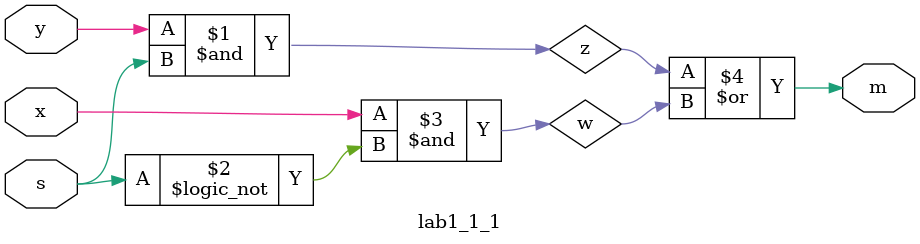
<source format=v>
`timescale 1ns / 1ps


module lab1_1_1(
    input x,
    input y,
    input s,
    output m
    );
    wire z,w;
    and (z,y,s);
    and (w,x,!s);
    or (m,z,w);
endmodule

</source>
